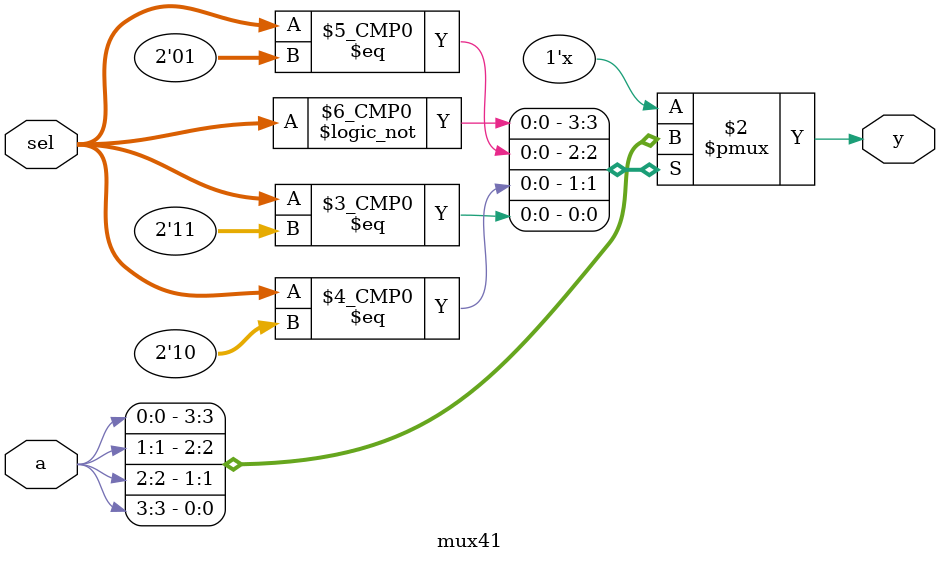
<source format=v>
module mux41(a,sel,y);
input [3:0]a;
input [1:0]sel;
output y;
reg y;
always @ (a or sel)
begin
	case(sel)
		2'b00:	y=a[0];
		2'b01:	y=a[1];
		2'b10:	y=a[2];
		2'b11:	y=a[3];
		default:	y=1'bx;
	endcase
end
endmodule
</source>
